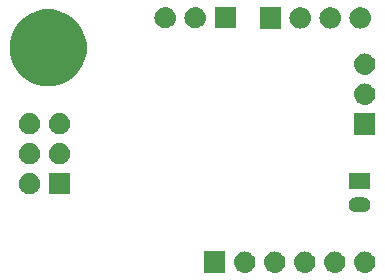
<source format=gbs>
G04 #@! TF.GenerationSoftware,KiCad,Pcbnew,(5.0.2)-1*
G04 #@! TF.CreationDate,2019-03-02T08:42:05-05:00*
G04 #@! TF.ProjectId,ENN-node.v1,454e4e2d-6e6f-4646-952e-76312e6b6963,rev?*
G04 #@! TF.SameCoordinates,Original*
G04 #@! TF.FileFunction,Soldermask,Bot*
G04 #@! TF.FilePolarity,Negative*
%FSLAX46Y46*%
G04 Gerber Fmt 4.6, Leading zero omitted, Abs format (unit mm)*
G04 Created by KiCad (PCBNEW (5.0.2)-1) date 3/2/2019 8:42:05 AM*
%MOMM*%
%LPD*%
G01*
G04 APERTURE LIST*
%ADD10C,0.100000*%
G04 APERTURE END LIST*
D10*
G36*
X173189362Y-107815545D02*
X173277588Y-107824234D01*
X173390789Y-107858573D01*
X173447390Y-107875743D01*
X173585980Y-107949822D01*
X173603879Y-107959389D01*
X173639609Y-107988712D01*
X173741044Y-108071956D01*
X173824288Y-108173391D01*
X173853611Y-108209121D01*
X173853612Y-108209123D01*
X173937257Y-108365610D01*
X173937257Y-108365611D01*
X173988766Y-108535412D01*
X174006158Y-108712000D01*
X173988766Y-108888588D01*
X173954427Y-109001789D01*
X173937257Y-109058390D01*
X173863178Y-109196980D01*
X173853611Y-109214879D01*
X173824288Y-109250609D01*
X173741044Y-109352044D01*
X173639609Y-109435288D01*
X173603879Y-109464611D01*
X173603877Y-109464612D01*
X173447390Y-109548257D01*
X173390789Y-109565427D01*
X173277588Y-109599766D01*
X173189362Y-109608455D01*
X173145250Y-109612800D01*
X173056750Y-109612800D01*
X173012638Y-109608455D01*
X172924412Y-109599766D01*
X172811211Y-109565427D01*
X172754610Y-109548257D01*
X172598123Y-109464612D01*
X172598121Y-109464611D01*
X172562391Y-109435288D01*
X172460956Y-109352044D01*
X172377712Y-109250609D01*
X172348389Y-109214879D01*
X172338822Y-109196980D01*
X172264743Y-109058390D01*
X172247573Y-109001789D01*
X172213234Y-108888588D01*
X172195842Y-108712000D01*
X172213234Y-108535412D01*
X172264743Y-108365611D01*
X172264743Y-108365610D01*
X172348388Y-108209123D01*
X172348389Y-108209121D01*
X172377712Y-108173391D01*
X172460956Y-108071956D01*
X172562391Y-107988712D01*
X172598121Y-107959389D01*
X172616020Y-107949822D01*
X172754610Y-107875743D01*
X172811211Y-107858573D01*
X172924412Y-107824234D01*
X173012638Y-107815545D01*
X173056750Y-107811200D01*
X173145250Y-107811200D01*
X173189362Y-107815545D01*
X173189362Y-107815545D01*
G37*
G36*
X170649362Y-107815545D02*
X170737588Y-107824234D01*
X170850789Y-107858573D01*
X170907390Y-107875743D01*
X171045980Y-107949822D01*
X171063879Y-107959389D01*
X171099609Y-107988712D01*
X171201044Y-108071956D01*
X171284288Y-108173391D01*
X171313611Y-108209121D01*
X171313612Y-108209123D01*
X171397257Y-108365610D01*
X171397257Y-108365611D01*
X171448766Y-108535412D01*
X171466158Y-108712000D01*
X171448766Y-108888588D01*
X171414427Y-109001789D01*
X171397257Y-109058390D01*
X171323178Y-109196980D01*
X171313611Y-109214879D01*
X171284288Y-109250609D01*
X171201044Y-109352044D01*
X171099609Y-109435288D01*
X171063879Y-109464611D01*
X171063877Y-109464612D01*
X170907390Y-109548257D01*
X170850789Y-109565427D01*
X170737588Y-109599766D01*
X170649362Y-109608455D01*
X170605250Y-109612800D01*
X170516750Y-109612800D01*
X170472638Y-109608455D01*
X170384412Y-109599766D01*
X170271211Y-109565427D01*
X170214610Y-109548257D01*
X170058123Y-109464612D01*
X170058121Y-109464611D01*
X170022391Y-109435288D01*
X169920956Y-109352044D01*
X169837712Y-109250609D01*
X169808389Y-109214879D01*
X169798822Y-109196980D01*
X169724743Y-109058390D01*
X169707573Y-109001789D01*
X169673234Y-108888588D01*
X169655842Y-108712000D01*
X169673234Y-108535412D01*
X169724743Y-108365611D01*
X169724743Y-108365610D01*
X169808388Y-108209123D01*
X169808389Y-108209121D01*
X169837712Y-108173391D01*
X169920956Y-108071956D01*
X170022391Y-107988712D01*
X170058121Y-107959389D01*
X170076020Y-107949822D01*
X170214610Y-107875743D01*
X170271211Y-107858573D01*
X170384412Y-107824234D01*
X170472638Y-107815545D01*
X170516750Y-107811200D01*
X170605250Y-107811200D01*
X170649362Y-107815545D01*
X170649362Y-107815545D01*
G37*
G36*
X168109362Y-107815545D02*
X168197588Y-107824234D01*
X168310789Y-107858573D01*
X168367390Y-107875743D01*
X168505980Y-107949822D01*
X168523879Y-107959389D01*
X168559609Y-107988712D01*
X168661044Y-108071956D01*
X168744288Y-108173391D01*
X168773611Y-108209121D01*
X168773612Y-108209123D01*
X168857257Y-108365610D01*
X168857257Y-108365611D01*
X168908766Y-108535412D01*
X168926158Y-108712000D01*
X168908766Y-108888588D01*
X168874427Y-109001789D01*
X168857257Y-109058390D01*
X168783178Y-109196980D01*
X168773611Y-109214879D01*
X168744288Y-109250609D01*
X168661044Y-109352044D01*
X168559609Y-109435288D01*
X168523879Y-109464611D01*
X168523877Y-109464612D01*
X168367390Y-109548257D01*
X168310789Y-109565427D01*
X168197588Y-109599766D01*
X168109362Y-109608455D01*
X168065250Y-109612800D01*
X167976750Y-109612800D01*
X167932638Y-109608455D01*
X167844412Y-109599766D01*
X167731211Y-109565427D01*
X167674610Y-109548257D01*
X167518123Y-109464612D01*
X167518121Y-109464611D01*
X167482391Y-109435288D01*
X167380956Y-109352044D01*
X167297712Y-109250609D01*
X167268389Y-109214879D01*
X167258822Y-109196980D01*
X167184743Y-109058390D01*
X167167573Y-109001789D01*
X167133234Y-108888588D01*
X167115842Y-108712000D01*
X167133234Y-108535412D01*
X167184743Y-108365611D01*
X167184743Y-108365610D01*
X167268388Y-108209123D01*
X167268389Y-108209121D01*
X167297712Y-108173391D01*
X167380956Y-108071956D01*
X167482391Y-107988712D01*
X167518121Y-107959389D01*
X167536020Y-107949822D01*
X167674610Y-107875743D01*
X167731211Y-107858573D01*
X167844412Y-107824234D01*
X167932638Y-107815545D01*
X167976750Y-107811200D01*
X168065250Y-107811200D01*
X168109362Y-107815545D01*
X168109362Y-107815545D01*
G37*
G36*
X166381800Y-109612800D02*
X164580200Y-109612800D01*
X164580200Y-107811200D01*
X166381800Y-107811200D01*
X166381800Y-109612800D01*
X166381800Y-109612800D01*
G37*
G36*
X178269362Y-107815545D02*
X178357588Y-107824234D01*
X178470789Y-107858573D01*
X178527390Y-107875743D01*
X178665980Y-107949822D01*
X178683879Y-107959389D01*
X178719609Y-107988712D01*
X178821044Y-108071956D01*
X178904288Y-108173391D01*
X178933611Y-108209121D01*
X178933612Y-108209123D01*
X179017257Y-108365610D01*
X179017257Y-108365611D01*
X179068766Y-108535412D01*
X179086158Y-108712000D01*
X179068766Y-108888588D01*
X179034427Y-109001789D01*
X179017257Y-109058390D01*
X178943178Y-109196980D01*
X178933611Y-109214879D01*
X178904288Y-109250609D01*
X178821044Y-109352044D01*
X178719609Y-109435288D01*
X178683879Y-109464611D01*
X178683877Y-109464612D01*
X178527390Y-109548257D01*
X178470789Y-109565427D01*
X178357588Y-109599766D01*
X178269362Y-109608455D01*
X178225250Y-109612800D01*
X178136750Y-109612800D01*
X178092638Y-109608455D01*
X178004412Y-109599766D01*
X177891211Y-109565427D01*
X177834610Y-109548257D01*
X177678123Y-109464612D01*
X177678121Y-109464611D01*
X177642391Y-109435288D01*
X177540956Y-109352044D01*
X177457712Y-109250609D01*
X177428389Y-109214879D01*
X177418822Y-109196980D01*
X177344743Y-109058390D01*
X177327573Y-109001789D01*
X177293234Y-108888588D01*
X177275842Y-108712000D01*
X177293234Y-108535412D01*
X177344743Y-108365611D01*
X177344743Y-108365610D01*
X177428388Y-108209123D01*
X177428389Y-108209121D01*
X177457712Y-108173391D01*
X177540956Y-108071956D01*
X177642391Y-107988712D01*
X177678121Y-107959389D01*
X177696020Y-107949822D01*
X177834610Y-107875743D01*
X177891211Y-107858573D01*
X178004412Y-107824234D01*
X178092638Y-107815545D01*
X178136750Y-107811200D01*
X178225250Y-107811200D01*
X178269362Y-107815545D01*
X178269362Y-107815545D01*
G37*
G36*
X175729362Y-107815545D02*
X175817588Y-107824234D01*
X175930789Y-107858573D01*
X175987390Y-107875743D01*
X176125980Y-107949822D01*
X176143879Y-107959389D01*
X176179609Y-107988712D01*
X176281044Y-108071956D01*
X176364288Y-108173391D01*
X176393611Y-108209121D01*
X176393612Y-108209123D01*
X176477257Y-108365610D01*
X176477257Y-108365611D01*
X176528766Y-108535412D01*
X176546158Y-108712000D01*
X176528766Y-108888588D01*
X176494427Y-109001789D01*
X176477257Y-109058390D01*
X176403178Y-109196980D01*
X176393611Y-109214879D01*
X176364288Y-109250609D01*
X176281044Y-109352044D01*
X176179609Y-109435288D01*
X176143879Y-109464611D01*
X176143877Y-109464612D01*
X175987390Y-109548257D01*
X175930789Y-109565427D01*
X175817588Y-109599766D01*
X175729362Y-109608455D01*
X175685250Y-109612800D01*
X175596750Y-109612800D01*
X175552638Y-109608455D01*
X175464412Y-109599766D01*
X175351211Y-109565427D01*
X175294610Y-109548257D01*
X175138123Y-109464612D01*
X175138121Y-109464611D01*
X175102391Y-109435288D01*
X175000956Y-109352044D01*
X174917712Y-109250609D01*
X174888389Y-109214879D01*
X174878822Y-109196980D01*
X174804743Y-109058390D01*
X174787573Y-109001789D01*
X174753234Y-108888588D01*
X174735842Y-108712000D01*
X174753234Y-108535412D01*
X174804743Y-108365611D01*
X174804743Y-108365610D01*
X174888388Y-108209123D01*
X174888389Y-108209121D01*
X174917712Y-108173391D01*
X175000956Y-108071956D01*
X175102391Y-107988712D01*
X175138121Y-107959389D01*
X175156020Y-107949822D01*
X175294610Y-107875743D01*
X175351211Y-107858573D01*
X175464412Y-107824234D01*
X175552638Y-107815545D01*
X175596750Y-107811200D01*
X175685250Y-107811200D01*
X175729362Y-107815545D01*
X175729362Y-107815545D01*
G37*
G36*
X178078971Y-103207908D02*
X178126779Y-103212617D01*
X178249455Y-103249831D01*
X178249458Y-103249832D01*
X178362514Y-103310261D01*
X178461611Y-103391589D01*
X178542939Y-103490686D01*
X178603368Y-103603742D01*
X178603369Y-103603745D01*
X178640583Y-103726421D01*
X178653148Y-103854000D01*
X178640583Y-103981579D01*
X178603369Y-104104255D01*
X178603368Y-104104258D01*
X178542939Y-104217314D01*
X178461611Y-104316411D01*
X178362514Y-104397739D01*
X178249458Y-104458168D01*
X178249455Y-104458169D01*
X178126779Y-104495383D01*
X178078971Y-104500091D01*
X178031165Y-104504800D01*
X177467235Y-104504800D01*
X177419429Y-104500091D01*
X177371621Y-104495383D01*
X177248945Y-104458169D01*
X177248942Y-104458168D01*
X177135886Y-104397739D01*
X177036789Y-104316411D01*
X176955461Y-104217314D01*
X176895032Y-104104258D01*
X176895031Y-104104255D01*
X176857817Y-103981579D01*
X176845252Y-103854000D01*
X176857817Y-103726421D01*
X176895031Y-103603745D01*
X176895032Y-103603742D01*
X176955461Y-103490686D01*
X177036789Y-103391589D01*
X177135886Y-103310261D01*
X177248942Y-103249832D01*
X177248945Y-103249831D01*
X177371621Y-103212617D01*
X177419429Y-103207908D01*
X177467235Y-103203200D01*
X178031165Y-103203200D01*
X178078971Y-103207908D01*
X178078971Y-103207908D01*
G37*
G36*
X153250000Y-102958000D02*
X151448400Y-102958000D01*
X151448400Y-101156400D01*
X153250000Y-101156400D01*
X153250000Y-102958000D01*
X153250000Y-102958000D01*
G37*
G36*
X149897562Y-101160745D02*
X149985788Y-101169434D01*
X150097099Y-101203200D01*
X150155590Y-101220943D01*
X150294180Y-101295022D01*
X150312079Y-101304589D01*
X150347809Y-101333912D01*
X150449244Y-101417156D01*
X150532488Y-101518591D01*
X150561811Y-101554321D01*
X150561812Y-101554323D01*
X150645457Y-101710810D01*
X150645457Y-101710811D01*
X150696966Y-101880612D01*
X150714358Y-102057200D01*
X150696966Y-102233788D01*
X150662627Y-102346989D01*
X150645457Y-102403590D01*
X150571378Y-102542180D01*
X150561811Y-102560079D01*
X150532488Y-102595809D01*
X150449244Y-102697244D01*
X150347809Y-102780488D01*
X150312079Y-102809811D01*
X150312077Y-102809812D01*
X150155590Y-102893457D01*
X150098989Y-102910627D01*
X149985788Y-102944966D01*
X149897562Y-102953655D01*
X149853450Y-102958000D01*
X149764950Y-102958000D01*
X149720838Y-102953655D01*
X149632612Y-102944966D01*
X149519411Y-102910627D01*
X149462810Y-102893457D01*
X149306323Y-102809812D01*
X149306321Y-102809811D01*
X149270591Y-102780488D01*
X149169156Y-102697244D01*
X149085912Y-102595809D01*
X149056589Y-102560079D01*
X149047022Y-102542180D01*
X148972943Y-102403590D01*
X148955773Y-102346989D01*
X148921434Y-102233788D01*
X148904042Y-102057200D01*
X148921434Y-101880612D01*
X148972943Y-101710811D01*
X148972943Y-101710810D01*
X149056588Y-101554323D01*
X149056589Y-101554321D01*
X149085912Y-101518591D01*
X149169156Y-101417156D01*
X149270591Y-101333912D01*
X149306321Y-101304589D01*
X149324220Y-101295022D01*
X149462810Y-101220943D01*
X149521301Y-101203200D01*
X149632612Y-101169434D01*
X149720838Y-101160745D01*
X149764950Y-101156400D01*
X149853450Y-101156400D01*
X149897562Y-101160745D01*
X149897562Y-101160745D01*
G37*
G36*
X178650000Y-102504800D02*
X176848400Y-102504800D01*
X176848400Y-101203200D01*
X178650000Y-101203200D01*
X178650000Y-102504800D01*
X178650000Y-102504800D01*
G37*
G36*
X152437562Y-98620745D02*
X152525788Y-98629434D01*
X152638989Y-98663773D01*
X152695590Y-98680943D01*
X152834180Y-98755022D01*
X152852079Y-98764589D01*
X152887809Y-98793912D01*
X152989244Y-98877156D01*
X153072488Y-98978591D01*
X153101811Y-99014321D01*
X153101812Y-99014323D01*
X153185457Y-99170810D01*
X153185457Y-99170811D01*
X153236966Y-99340612D01*
X153254358Y-99517200D01*
X153236966Y-99693788D01*
X153202627Y-99806989D01*
X153185457Y-99863590D01*
X153111378Y-100002180D01*
X153101811Y-100020079D01*
X153072488Y-100055809D01*
X152989244Y-100157244D01*
X152887809Y-100240488D01*
X152852079Y-100269811D01*
X152852077Y-100269812D01*
X152695590Y-100353457D01*
X152638989Y-100370627D01*
X152525788Y-100404966D01*
X152437562Y-100413655D01*
X152393450Y-100418000D01*
X152304950Y-100418000D01*
X152260838Y-100413655D01*
X152172612Y-100404966D01*
X152059411Y-100370627D01*
X152002810Y-100353457D01*
X151846323Y-100269812D01*
X151846321Y-100269811D01*
X151810591Y-100240488D01*
X151709156Y-100157244D01*
X151625912Y-100055809D01*
X151596589Y-100020079D01*
X151587022Y-100002180D01*
X151512943Y-99863590D01*
X151495773Y-99806989D01*
X151461434Y-99693788D01*
X151444042Y-99517200D01*
X151461434Y-99340612D01*
X151512943Y-99170811D01*
X151512943Y-99170810D01*
X151596588Y-99014323D01*
X151596589Y-99014321D01*
X151625912Y-98978591D01*
X151709156Y-98877156D01*
X151810591Y-98793912D01*
X151846321Y-98764589D01*
X151864220Y-98755022D01*
X152002810Y-98680943D01*
X152059411Y-98663773D01*
X152172612Y-98629434D01*
X152260838Y-98620745D01*
X152304950Y-98616400D01*
X152393450Y-98616400D01*
X152437562Y-98620745D01*
X152437562Y-98620745D01*
G37*
G36*
X149897562Y-98620745D02*
X149985788Y-98629434D01*
X150098989Y-98663773D01*
X150155590Y-98680943D01*
X150294180Y-98755022D01*
X150312079Y-98764589D01*
X150347809Y-98793912D01*
X150449244Y-98877156D01*
X150532488Y-98978591D01*
X150561811Y-99014321D01*
X150561812Y-99014323D01*
X150645457Y-99170810D01*
X150645457Y-99170811D01*
X150696966Y-99340612D01*
X150714358Y-99517200D01*
X150696966Y-99693788D01*
X150662627Y-99806989D01*
X150645457Y-99863590D01*
X150571378Y-100002180D01*
X150561811Y-100020079D01*
X150532488Y-100055809D01*
X150449244Y-100157244D01*
X150347809Y-100240488D01*
X150312079Y-100269811D01*
X150312077Y-100269812D01*
X150155590Y-100353457D01*
X150098989Y-100370627D01*
X149985788Y-100404966D01*
X149897562Y-100413655D01*
X149853450Y-100418000D01*
X149764950Y-100418000D01*
X149720838Y-100413655D01*
X149632612Y-100404966D01*
X149519411Y-100370627D01*
X149462810Y-100353457D01*
X149306323Y-100269812D01*
X149306321Y-100269811D01*
X149270591Y-100240488D01*
X149169156Y-100157244D01*
X149085912Y-100055809D01*
X149056589Y-100020079D01*
X149047022Y-100002180D01*
X148972943Y-99863590D01*
X148955773Y-99806989D01*
X148921434Y-99693788D01*
X148904042Y-99517200D01*
X148921434Y-99340612D01*
X148972943Y-99170811D01*
X148972943Y-99170810D01*
X149056588Y-99014323D01*
X149056589Y-99014321D01*
X149085912Y-98978591D01*
X149169156Y-98877156D01*
X149270591Y-98793912D01*
X149306321Y-98764589D01*
X149324220Y-98755022D01*
X149462810Y-98680943D01*
X149519411Y-98663773D01*
X149632612Y-98629434D01*
X149720838Y-98620745D01*
X149764950Y-98616400D01*
X149853450Y-98616400D01*
X149897562Y-98620745D01*
X149897562Y-98620745D01*
G37*
G36*
X179081800Y-97928800D02*
X177280200Y-97928800D01*
X177280200Y-96127200D01*
X179081800Y-96127200D01*
X179081800Y-97928800D01*
X179081800Y-97928800D01*
G37*
G36*
X152437562Y-96080745D02*
X152525788Y-96089434D01*
X152638989Y-96123773D01*
X152695590Y-96140943D01*
X152834180Y-96215022D01*
X152852079Y-96224589D01*
X152887809Y-96253912D01*
X152989244Y-96337156D01*
X153072488Y-96438591D01*
X153101811Y-96474321D01*
X153101812Y-96474323D01*
X153185457Y-96630810D01*
X153185457Y-96630811D01*
X153236966Y-96800612D01*
X153254358Y-96977200D01*
X153236966Y-97153788D01*
X153202627Y-97266989D01*
X153185457Y-97323590D01*
X153111378Y-97462180D01*
X153101811Y-97480079D01*
X153072488Y-97515809D01*
X152989244Y-97617244D01*
X152887809Y-97700488D01*
X152852079Y-97729811D01*
X152852077Y-97729812D01*
X152695590Y-97813457D01*
X152638989Y-97830627D01*
X152525788Y-97864966D01*
X152437562Y-97873655D01*
X152393450Y-97878000D01*
X152304950Y-97878000D01*
X152260838Y-97873655D01*
X152172612Y-97864966D01*
X152059411Y-97830627D01*
X152002810Y-97813457D01*
X151846323Y-97729812D01*
X151846321Y-97729811D01*
X151810591Y-97700488D01*
X151709156Y-97617244D01*
X151625912Y-97515809D01*
X151596589Y-97480079D01*
X151587022Y-97462180D01*
X151512943Y-97323590D01*
X151495773Y-97266989D01*
X151461434Y-97153788D01*
X151444042Y-96977200D01*
X151461434Y-96800612D01*
X151512943Y-96630811D01*
X151512943Y-96630810D01*
X151596588Y-96474323D01*
X151596589Y-96474321D01*
X151625912Y-96438591D01*
X151709156Y-96337156D01*
X151810591Y-96253912D01*
X151846321Y-96224589D01*
X151864220Y-96215022D01*
X152002810Y-96140943D01*
X152059411Y-96123773D01*
X152172612Y-96089434D01*
X152260838Y-96080745D01*
X152304950Y-96076400D01*
X152393450Y-96076400D01*
X152437562Y-96080745D01*
X152437562Y-96080745D01*
G37*
G36*
X149897562Y-96080745D02*
X149985788Y-96089434D01*
X150098989Y-96123773D01*
X150155590Y-96140943D01*
X150294180Y-96215022D01*
X150312079Y-96224589D01*
X150347809Y-96253912D01*
X150449244Y-96337156D01*
X150532488Y-96438591D01*
X150561811Y-96474321D01*
X150561812Y-96474323D01*
X150645457Y-96630810D01*
X150645457Y-96630811D01*
X150696966Y-96800612D01*
X150714358Y-96977200D01*
X150696966Y-97153788D01*
X150662627Y-97266989D01*
X150645457Y-97323590D01*
X150571378Y-97462180D01*
X150561811Y-97480079D01*
X150532488Y-97515809D01*
X150449244Y-97617244D01*
X150347809Y-97700488D01*
X150312079Y-97729811D01*
X150312077Y-97729812D01*
X150155590Y-97813457D01*
X150098989Y-97830627D01*
X149985788Y-97864966D01*
X149897562Y-97873655D01*
X149853450Y-97878000D01*
X149764950Y-97878000D01*
X149720838Y-97873655D01*
X149632612Y-97864966D01*
X149519411Y-97830627D01*
X149462810Y-97813457D01*
X149306323Y-97729812D01*
X149306321Y-97729811D01*
X149270591Y-97700488D01*
X149169156Y-97617244D01*
X149085912Y-97515809D01*
X149056589Y-97480079D01*
X149047022Y-97462180D01*
X148972943Y-97323590D01*
X148955773Y-97266989D01*
X148921434Y-97153788D01*
X148904042Y-96977200D01*
X148921434Y-96800612D01*
X148972943Y-96630811D01*
X148972943Y-96630810D01*
X149056588Y-96474323D01*
X149056589Y-96474321D01*
X149085912Y-96438591D01*
X149169156Y-96337156D01*
X149270591Y-96253912D01*
X149306321Y-96224589D01*
X149324220Y-96215022D01*
X149462810Y-96140943D01*
X149519411Y-96123773D01*
X149632612Y-96089434D01*
X149720838Y-96080745D01*
X149764950Y-96076400D01*
X149853450Y-96076400D01*
X149897562Y-96080745D01*
X149897562Y-96080745D01*
G37*
G36*
X178269362Y-93591545D02*
X178357588Y-93600234D01*
X178470789Y-93634573D01*
X178527390Y-93651743D01*
X178665980Y-93725822D01*
X178683879Y-93735389D01*
X178719609Y-93764712D01*
X178821044Y-93847956D01*
X178904288Y-93949391D01*
X178933611Y-93985121D01*
X178933612Y-93985123D01*
X179017257Y-94141610D01*
X179017257Y-94141611D01*
X179068766Y-94311412D01*
X179086158Y-94488000D01*
X179068766Y-94664588D01*
X179034427Y-94777789D01*
X179017257Y-94834390D01*
X178943178Y-94972980D01*
X178933611Y-94990879D01*
X178904288Y-95026609D01*
X178821044Y-95128044D01*
X178719609Y-95211288D01*
X178683879Y-95240611D01*
X178683877Y-95240612D01*
X178527390Y-95324257D01*
X178470789Y-95341427D01*
X178357588Y-95375766D01*
X178269362Y-95384455D01*
X178225250Y-95388800D01*
X178136750Y-95388800D01*
X178092638Y-95384455D01*
X178004412Y-95375766D01*
X177891211Y-95341427D01*
X177834610Y-95324257D01*
X177678123Y-95240612D01*
X177678121Y-95240611D01*
X177642391Y-95211288D01*
X177540956Y-95128044D01*
X177457712Y-95026609D01*
X177428389Y-94990879D01*
X177418822Y-94972980D01*
X177344743Y-94834390D01*
X177327573Y-94777789D01*
X177293234Y-94664588D01*
X177275842Y-94488000D01*
X177293234Y-94311412D01*
X177344743Y-94141611D01*
X177344743Y-94141610D01*
X177428388Y-93985123D01*
X177428389Y-93985121D01*
X177457712Y-93949391D01*
X177540956Y-93847956D01*
X177642391Y-93764712D01*
X177678121Y-93735389D01*
X177696020Y-93725822D01*
X177834610Y-93651743D01*
X177891211Y-93634573D01*
X178004412Y-93600234D01*
X178092638Y-93591545D01*
X178136750Y-93587200D01*
X178225250Y-93587200D01*
X178269362Y-93591545D01*
X178269362Y-93591545D01*
G37*
G36*
X152332223Y-87450526D02*
X152923830Y-87695578D01*
X153456267Y-88051341D01*
X153909059Y-88504133D01*
X154264822Y-89036570D01*
X154509874Y-89628177D01*
X154634800Y-90256223D01*
X154634800Y-90896577D01*
X154509874Y-91524623D01*
X154264822Y-92116230D01*
X153909059Y-92648667D01*
X153456267Y-93101459D01*
X152923830Y-93457222D01*
X152332223Y-93702274D01*
X151704177Y-93827200D01*
X151063823Y-93827200D01*
X150435777Y-93702274D01*
X149844170Y-93457222D01*
X149311733Y-93101459D01*
X148858941Y-92648667D01*
X148503178Y-92116230D01*
X148258126Y-91524623D01*
X148133200Y-90896577D01*
X148133200Y-90256223D01*
X148258126Y-89628177D01*
X148503178Y-89036570D01*
X148858941Y-88504133D01*
X149311733Y-88051341D01*
X149844170Y-87695578D01*
X150435777Y-87450526D01*
X151063823Y-87325600D01*
X151704177Y-87325600D01*
X152332223Y-87450526D01*
X152332223Y-87450526D01*
G37*
G36*
X178269362Y-91051545D02*
X178357588Y-91060234D01*
X178470789Y-91094573D01*
X178527390Y-91111743D01*
X178665980Y-91185822D01*
X178683879Y-91195389D01*
X178719609Y-91224712D01*
X178821044Y-91307956D01*
X178904288Y-91409391D01*
X178933611Y-91445121D01*
X178933612Y-91445123D01*
X179017257Y-91601610D01*
X179017257Y-91601611D01*
X179068766Y-91771412D01*
X179086158Y-91948000D01*
X179068766Y-92124588D01*
X179034427Y-92237789D01*
X179017257Y-92294390D01*
X178943178Y-92432980D01*
X178933611Y-92450879D01*
X178904288Y-92486609D01*
X178821044Y-92588044D01*
X178747173Y-92648667D01*
X178683879Y-92700611D01*
X178683877Y-92700612D01*
X178527390Y-92784257D01*
X178470789Y-92801427D01*
X178357588Y-92835766D01*
X178269362Y-92844455D01*
X178225250Y-92848800D01*
X178136750Y-92848800D01*
X178092638Y-92844455D01*
X178004412Y-92835766D01*
X177891211Y-92801427D01*
X177834610Y-92784257D01*
X177678123Y-92700612D01*
X177678121Y-92700611D01*
X177614827Y-92648667D01*
X177540956Y-92588044D01*
X177457712Y-92486609D01*
X177428389Y-92450879D01*
X177418822Y-92432980D01*
X177344743Y-92294390D01*
X177327573Y-92237789D01*
X177293234Y-92124588D01*
X177275842Y-91948000D01*
X177293234Y-91771412D01*
X177344743Y-91601611D01*
X177344743Y-91601610D01*
X177428388Y-91445123D01*
X177428389Y-91445121D01*
X177457712Y-91409391D01*
X177540956Y-91307956D01*
X177642391Y-91224712D01*
X177678121Y-91195389D01*
X177696020Y-91185822D01*
X177834610Y-91111743D01*
X177891211Y-91094573D01*
X178004412Y-91060234D01*
X178092638Y-91051545D01*
X178136750Y-91047200D01*
X178225250Y-91047200D01*
X178269362Y-91051545D01*
X178269362Y-91051545D01*
G37*
G36*
X177888362Y-87139945D02*
X177976588Y-87148634D01*
X178062657Y-87174743D01*
X178146390Y-87200143D01*
X178255357Y-87258388D01*
X178302879Y-87283789D01*
X178338609Y-87313112D01*
X178440044Y-87396356D01*
X178523288Y-87497791D01*
X178552611Y-87533521D01*
X178552612Y-87533523D01*
X178636257Y-87690010D01*
X178636257Y-87690011D01*
X178687766Y-87859812D01*
X178705158Y-88036400D01*
X178687766Y-88212988D01*
X178653427Y-88326189D01*
X178636257Y-88382790D01*
X178571397Y-88504133D01*
X178552611Y-88539279D01*
X178523288Y-88575009D01*
X178440044Y-88676444D01*
X178338609Y-88759688D01*
X178302879Y-88789011D01*
X178302877Y-88789012D01*
X178146390Y-88872657D01*
X178089789Y-88889827D01*
X177976588Y-88924166D01*
X177888362Y-88932855D01*
X177844250Y-88937200D01*
X177755750Y-88937200D01*
X177711638Y-88932855D01*
X177623412Y-88924166D01*
X177510211Y-88889827D01*
X177453610Y-88872657D01*
X177297123Y-88789012D01*
X177297121Y-88789011D01*
X177261391Y-88759688D01*
X177159956Y-88676444D01*
X177076712Y-88575009D01*
X177047389Y-88539279D01*
X177028603Y-88504133D01*
X176963743Y-88382790D01*
X176946573Y-88326189D01*
X176912234Y-88212988D01*
X176894842Y-88036400D01*
X176912234Y-87859812D01*
X176963743Y-87690011D01*
X176963743Y-87690010D01*
X177047388Y-87533523D01*
X177047389Y-87533521D01*
X177076712Y-87497791D01*
X177159956Y-87396356D01*
X177261391Y-87313112D01*
X177297121Y-87283789D01*
X177344643Y-87258388D01*
X177453610Y-87200143D01*
X177537343Y-87174743D01*
X177623412Y-87148634D01*
X177711638Y-87139945D01*
X177755750Y-87135600D01*
X177844250Y-87135600D01*
X177888362Y-87139945D01*
X177888362Y-87139945D01*
G37*
G36*
X175348362Y-87139945D02*
X175436588Y-87148634D01*
X175522657Y-87174743D01*
X175606390Y-87200143D01*
X175715357Y-87258388D01*
X175762879Y-87283789D01*
X175798609Y-87313112D01*
X175900044Y-87396356D01*
X175983288Y-87497791D01*
X176012611Y-87533521D01*
X176012612Y-87533523D01*
X176096257Y-87690010D01*
X176096257Y-87690011D01*
X176147766Y-87859812D01*
X176165158Y-88036400D01*
X176147766Y-88212988D01*
X176113427Y-88326189D01*
X176096257Y-88382790D01*
X176031397Y-88504133D01*
X176012611Y-88539279D01*
X175983288Y-88575009D01*
X175900044Y-88676444D01*
X175798609Y-88759688D01*
X175762879Y-88789011D01*
X175762877Y-88789012D01*
X175606390Y-88872657D01*
X175549789Y-88889827D01*
X175436588Y-88924166D01*
X175348362Y-88932855D01*
X175304250Y-88937200D01*
X175215750Y-88937200D01*
X175171638Y-88932855D01*
X175083412Y-88924166D01*
X174970211Y-88889827D01*
X174913610Y-88872657D01*
X174757123Y-88789012D01*
X174757121Y-88789011D01*
X174721391Y-88759688D01*
X174619956Y-88676444D01*
X174536712Y-88575009D01*
X174507389Y-88539279D01*
X174488603Y-88504133D01*
X174423743Y-88382790D01*
X174406573Y-88326189D01*
X174372234Y-88212988D01*
X174354842Y-88036400D01*
X174372234Y-87859812D01*
X174423743Y-87690011D01*
X174423743Y-87690010D01*
X174507388Y-87533523D01*
X174507389Y-87533521D01*
X174536712Y-87497791D01*
X174619956Y-87396356D01*
X174721391Y-87313112D01*
X174757121Y-87283789D01*
X174804643Y-87258388D01*
X174913610Y-87200143D01*
X174997343Y-87174743D01*
X175083412Y-87148634D01*
X175171638Y-87139945D01*
X175215750Y-87135600D01*
X175304250Y-87135600D01*
X175348362Y-87139945D01*
X175348362Y-87139945D01*
G37*
G36*
X172808362Y-87139945D02*
X172896588Y-87148634D01*
X172982657Y-87174743D01*
X173066390Y-87200143D01*
X173175357Y-87258388D01*
X173222879Y-87283789D01*
X173258609Y-87313112D01*
X173360044Y-87396356D01*
X173443288Y-87497791D01*
X173472611Y-87533521D01*
X173472612Y-87533523D01*
X173556257Y-87690010D01*
X173556257Y-87690011D01*
X173607766Y-87859812D01*
X173625158Y-88036400D01*
X173607766Y-88212988D01*
X173573427Y-88326189D01*
X173556257Y-88382790D01*
X173491397Y-88504133D01*
X173472611Y-88539279D01*
X173443288Y-88575009D01*
X173360044Y-88676444D01*
X173258609Y-88759688D01*
X173222879Y-88789011D01*
X173222877Y-88789012D01*
X173066390Y-88872657D01*
X173009789Y-88889827D01*
X172896588Y-88924166D01*
X172808362Y-88932855D01*
X172764250Y-88937200D01*
X172675750Y-88937200D01*
X172631638Y-88932855D01*
X172543412Y-88924166D01*
X172430211Y-88889827D01*
X172373610Y-88872657D01*
X172217123Y-88789012D01*
X172217121Y-88789011D01*
X172181391Y-88759688D01*
X172079956Y-88676444D01*
X171996712Y-88575009D01*
X171967389Y-88539279D01*
X171948603Y-88504133D01*
X171883743Y-88382790D01*
X171866573Y-88326189D01*
X171832234Y-88212988D01*
X171814842Y-88036400D01*
X171832234Y-87859812D01*
X171883743Y-87690011D01*
X171883743Y-87690010D01*
X171967388Y-87533523D01*
X171967389Y-87533521D01*
X171996712Y-87497791D01*
X172079956Y-87396356D01*
X172181391Y-87313112D01*
X172217121Y-87283789D01*
X172264643Y-87258388D01*
X172373610Y-87200143D01*
X172457343Y-87174743D01*
X172543412Y-87148634D01*
X172631638Y-87139945D01*
X172675750Y-87135600D01*
X172764250Y-87135600D01*
X172808362Y-87139945D01*
X172808362Y-87139945D01*
G37*
G36*
X171080800Y-88937200D02*
X169279200Y-88937200D01*
X169279200Y-87135600D01*
X171080800Y-87135600D01*
X171080800Y-88937200D01*
X171080800Y-88937200D01*
G37*
G36*
X161378362Y-87114545D02*
X161466588Y-87123234D01*
X161579789Y-87157573D01*
X161636390Y-87174743D01*
X161774980Y-87248822D01*
X161792879Y-87258389D01*
X161823828Y-87283788D01*
X161930044Y-87370956D01*
X161995344Y-87450526D01*
X162042611Y-87508121D01*
X162042612Y-87508123D01*
X162126257Y-87664610D01*
X162126257Y-87664611D01*
X162177766Y-87834412D01*
X162195158Y-88011000D01*
X162177766Y-88187588D01*
X162143427Y-88300789D01*
X162126257Y-88357390D01*
X162112680Y-88382790D01*
X162042611Y-88513879D01*
X162013288Y-88549609D01*
X161930044Y-88651044D01*
X161828609Y-88734288D01*
X161792879Y-88763611D01*
X161792877Y-88763612D01*
X161636390Y-88847257D01*
X161579789Y-88864427D01*
X161466588Y-88898766D01*
X161378362Y-88907455D01*
X161334250Y-88911800D01*
X161245750Y-88911800D01*
X161201638Y-88907455D01*
X161113412Y-88898766D01*
X161000211Y-88864427D01*
X160943610Y-88847257D01*
X160787123Y-88763612D01*
X160787121Y-88763611D01*
X160751391Y-88734288D01*
X160649956Y-88651044D01*
X160566712Y-88549609D01*
X160537389Y-88513879D01*
X160467320Y-88382790D01*
X160453743Y-88357390D01*
X160436573Y-88300789D01*
X160402234Y-88187588D01*
X160384842Y-88011000D01*
X160402234Y-87834412D01*
X160453743Y-87664611D01*
X160453743Y-87664610D01*
X160537388Y-87508123D01*
X160537389Y-87508121D01*
X160584656Y-87450526D01*
X160649956Y-87370956D01*
X160756172Y-87283788D01*
X160787121Y-87258389D01*
X160805020Y-87248822D01*
X160943610Y-87174743D01*
X161000211Y-87157573D01*
X161113412Y-87123234D01*
X161201638Y-87114545D01*
X161245750Y-87110200D01*
X161334250Y-87110200D01*
X161378362Y-87114545D01*
X161378362Y-87114545D01*
G37*
G36*
X163918362Y-87114545D02*
X164006588Y-87123234D01*
X164119789Y-87157573D01*
X164176390Y-87174743D01*
X164314980Y-87248822D01*
X164332879Y-87258389D01*
X164363828Y-87283788D01*
X164470044Y-87370956D01*
X164535344Y-87450526D01*
X164582611Y-87508121D01*
X164582612Y-87508123D01*
X164666257Y-87664610D01*
X164666257Y-87664611D01*
X164717766Y-87834412D01*
X164735158Y-88011000D01*
X164717766Y-88187588D01*
X164683427Y-88300789D01*
X164666257Y-88357390D01*
X164652680Y-88382790D01*
X164582611Y-88513879D01*
X164553288Y-88549609D01*
X164470044Y-88651044D01*
X164368609Y-88734288D01*
X164332879Y-88763611D01*
X164332877Y-88763612D01*
X164176390Y-88847257D01*
X164119789Y-88864427D01*
X164006588Y-88898766D01*
X163918362Y-88907455D01*
X163874250Y-88911800D01*
X163785750Y-88911800D01*
X163741638Y-88907455D01*
X163653412Y-88898766D01*
X163540211Y-88864427D01*
X163483610Y-88847257D01*
X163327123Y-88763612D01*
X163327121Y-88763611D01*
X163291391Y-88734288D01*
X163189956Y-88651044D01*
X163106712Y-88549609D01*
X163077389Y-88513879D01*
X163007320Y-88382790D01*
X162993743Y-88357390D01*
X162976573Y-88300789D01*
X162942234Y-88187588D01*
X162924842Y-88011000D01*
X162942234Y-87834412D01*
X162993743Y-87664611D01*
X162993743Y-87664610D01*
X163077388Y-87508123D01*
X163077389Y-87508121D01*
X163124656Y-87450526D01*
X163189956Y-87370956D01*
X163296172Y-87283788D01*
X163327121Y-87258389D01*
X163345020Y-87248822D01*
X163483610Y-87174743D01*
X163540211Y-87157573D01*
X163653412Y-87123234D01*
X163741638Y-87114545D01*
X163785750Y-87110200D01*
X163874250Y-87110200D01*
X163918362Y-87114545D01*
X163918362Y-87114545D01*
G37*
G36*
X167270800Y-88911800D02*
X165469200Y-88911800D01*
X165469200Y-87110200D01*
X167270800Y-87110200D01*
X167270800Y-88911800D01*
X167270800Y-88911800D01*
G37*
M02*

</source>
